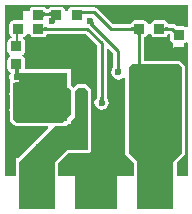
<source format=gtl>
G04*
G04 #@! TF.GenerationSoftware,Altium Limited,Altium Designer,20.0.7 (75)*
G04*
G04 Layer_Physical_Order=1*
G04 Layer_Color=255*
%FSLAX44Y44*%
%MOMM*%
G71*
G01*
G75*
%ADD10C,0.1500*%
G04:AMPARAMS|DCode=12|XSize=0.8mm|YSize=0.9mm|CornerRadius=0.06mm|HoleSize=0mm|Usage=FLASHONLY|Rotation=270.000|XOffset=0mm|YOffset=0mm|HoleType=Round|Shape=RoundedRectangle|*
%AMROUNDEDRECTD12*
21,1,0.8000,0.7800,0,0,270.0*
21,1,0.6800,0.9000,0,0,270.0*
1,1,0.1200,-0.3900,-0.3400*
1,1,0.1200,-0.3900,0.3400*
1,1,0.1200,0.3900,0.3400*
1,1,0.1200,0.3900,-0.3400*
%
%ADD12ROUNDEDRECTD12*%
%ADD13R,4.1000X4.1000*%
G04:AMPARAMS|DCode=14|XSize=0.9mm|YSize=0.8mm|CornerRadius=0.06mm|HoleSize=0mm|Usage=FLASHONLY|Rotation=0.000|XOffset=0mm|YOffset=0mm|HoleType=Round|Shape=RoundedRectangle|*
%AMROUNDEDRECTD14*
21,1,0.9000,0.6800,0,0,0.0*
21,1,0.7800,0.8000,0,0,0.0*
1,1,0.1200,0.3900,-0.3400*
1,1,0.1200,-0.3900,-0.3400*
1,1,0.1200,-0.3900,0.3400*
1,1,0.1200,0.3900,0.3400*
%
%ADD14ROUNDEDRECTD14*%
%ADD19C,0.2540*%
%ADD20C,0.2500*%
%ADD21R,3.0000X4.0000*%
%ADD22C,0.6000*%
G36*
X70516Y164859D02*
X70027Y164847D01*
X69589Y164809D01*
X69205Y164747D01*
X68873Y164659D01*
X68593Y164547D01*
X68367Y164409D01*
X68193Y164247D01*
X68071Y164059D01*
X68002Y163847D01*
X67986Y163609D01*
X67836Y167336D01*
X67859Y167340D01*
X67930Y167344D01*
X70279Y167359D01*
X70516Y164859D01*
D02*
G37*
G36*
X42014Y162069D02*
X41993Y162311D01*
X41919Y162526D01*
X41793Y162717D01*
X41615Y162882D01*
X41384Y163022D01*
X41101Y163136D01*
X40765Y163225D01*
X40377Y163288D01*
X39936Y163327D01*
X39444Y163339D01*
Y165879D01*
X39947Y165892D01*
X40397Y165930D01*
X40795Y165993D01*
X41141Y166081D01*
X41435Y166194D01*
X41676Y166332D01*
X41864Y166496D01*
X42000Y166685D01*
X42084Y166898D01*
X42115Y167138D01*
X42014Y162069D01*
D02*
G37*
G36*
X35416Y166898D02*
X35500Y166685D01*
X35636Y166496D01*
X35824Y166332D01*
X36065Y166194D01*
X36359Y166081D01*
X36704Y165993D01*
X37103Y165930D01*
X37553Y165892D01*
X38056Y165879D01*
Y163339D01*
X37564Y163327D01*
X37123Y163288D01*
X36735Y163225D01*
X36399Y163136D01*
X36116Y163022D01*
X35885Y162882D01*
X35707Y162717D01*
X35581Y162526D01*
X35507Y162311D01*
X35486Y162069D01*
X35385Y167138D01*
X35416Y166898D01*
D02*
G37*
G36*
X46037Y161741D02*
X45825Y161515D01*
X45644Y161291D01*
X45493Y161070D01*
X45373Y160851D01*
X45283Y160634D01*
X45224Y160420D01*
X45196Y160209D01*
X45199Y160000D01*
X45232Y159793D01*
X45296Y159589D01*
X41467Y161317D01*
X41651Y161395D01*
X41853Y161503D01*
X42072Y161639D01*
X42309Y161805D01*
X42838Y162222D01*
X43438Y162756D01*
X44109Y163405D01*
X46037Y161741D01*
D02*
G37*
G36*
X77915Y157234D02*
X77891Y157020D01*
X77896Y156804D01*
X77932Y156587D01*
X77996Y156369D01*
X78090Y156149D01*
X78213Y155928D01*
X78366Y155705D01*
X78548Y155481D01*
X78759Y155256D01*
X76336Y154087D01*
X76116Y154300D01*
X75472Y154842D01*
X75262Y154990D01*
X74851Y155236D01*
X74650Y155335D01*
X74451Y155418D01*
X74254Y155484D01*
X77968Y157447D01*
X77915Y157234D01*
D02*
G37*
G36*
X157610Y153845D02*
X157279Y153601D01*
X156340Y153282D01*
X155414Y153900D01*
X154010Y154180D01*
X148755D01*
X148305Y154571D01*
X147688Y155188D01*
X146276Y156131D01*
X144610Y156463D01*
X140990D01*
X140901Y156914D01*
X140105Y158105D01*
X138914Y158900D01*
X137510Y159180D01*
X129710D01*
X128305Y158900D01*
X127114Y158105D01*
X126319Y156914D01*
X126158Y156109D01*
X124061D01*
X123901Y156914D01*
X123105Y158105D01*
X121914Y158900D01*
X120510Y159180D01*
X112710D01*
X111305Y158900D01*
X110114Y158105D01*
X109319Y156914D01*
X109225Y156442D01*
X94405D01*
X81674Y169173D01*
X80268Y170113D01*
X78610Y170443D01*
X68043D01*
X67400Y170571D01*
X59600D01*
X58195Y170291D01*
X57005Y169495D01*
X56209Y168305D01*
X56049Y167500D01*
X53951D01*
X53791Y168305D01*
X52995Y169495D01*
X51805Y170291D01*
X50400Y170571D01*
X42600D01*
X41195Y170291D01*
X40005Y169495D01*
X39649Y168963D01*
X37851D01*
X37496Y169495D01*
X36305Y170291D01*
X34900Y170571D01*
X27100D01*
X25695Y170291D01*
X24505Y169495D01*
X23709Y168305D01*
X23549Y167500D01*
X18500D01*
Y160377D01*
X18094Y159386D01*
X17363Y159180D01*
X10210D01*
X8805Y158900D01*
X7614Y158105D01*
X6819Y156914D01*
X6539Y155509D01*
Y148709D01*
X6819Y147305D01*
X7614Y146114D01*
X8647Y145424D01*
X8675Y144861D01*
X8675Y144861D01*
X8468Y144132D01*
X7305Y143900D01*
X6114Y143105D01*
X5318Y141914D01*
X5039Y140509D01*
Y133709D01*
X5318Y132305D01*
X6114Y131114D01*
X7305Y130318D01*
X7614Y130257D01*
Y128962D01*
X7305Y128900D01*
X6114Y128105D01*
X5318Y126914D01*
X5039Y125509D01*
Y118709D01*
X5318Y117305D01*
X6114Y116114D01*
X7045Y115492D01*
X7681Y114158D01*
X7208Y113450D01*
X6742Y111109D01*
X7208Y108768D01*
X7601Y108179D01*
X7533Y108052D01*
X7284Y107678D01*
X7254Y107529D01*
X7182Y107395D01*
X7139Y106948D01*
X7051Y106508D01*
Y98662D01*
X6742Y97109D01*
X7051Y95557D01*
Y84662D01*
X6742Y83109D01*
X7051Y81557D01*
Y75609D01*
X7051Y75609D01*
X7284Y74439D01*
X7947Y73446D01*
X7947Y73446D01*
X10947Y70446D01*
X11939Y69783D01*
X13110Y69550D01*
X13110Y69550D01*
X39066D01*
X39552Y68377D01*
X13784Y42609D01*
X12110D01*
Y39905D01*
X12051Y39609D01*
X12051Y39609D01*
Y27109D01*
X2610D01*
Y172109D01*
X157610D01*
Y153845D01*
D02*
G37*
G36*
X112124Y149609D02*
X112098Y149847D01*
X112022Y150059D01*
X111896Y150247D01*
X111719Y150409D01*
X111491Y150547D01*
X111213Y150659D01*
X110884Y150747D01*
X110504Y150809D01*
X110074Y150847D01*
X109593Y150859D01*
Y153359D01*
X110074Y153372D01*
X110504Y153409D01*
X110884Y153472D01*
X111213Y153559D01*
X111491Y153672D01*
X111719Y153809D01*
X111896Y153972D01*
X112022Y154159D01*
X112098Y154372D01*
X112124Y154609D01*
Y149609D01*
D02*
G37*
G36*
X138121Y154408D02*
X138198Y154192D01*
X138327Y154002D01*
X138507Y153836D01*
X138738Y153697D01*
X139021Y153582D01*
X139355Y153494D01*
X139741Y153430D01*
X140178Y153392D01*
X140666Y153379D01*
Y150839D01*
X140178Y150827D01*
X139741Y150788D01*
X139355Y150725D01*
X139021Y150636D01*
X138738Y150522D01*
X138507Y150382D01*
X138327Y150217D01*
X138198Y150027D01*
X138121Y149811D01*
X138096Y149569D01*
Y154649D01*
X138121Y154408D01*
D02*
G37*
G36*
X35621D02*
X35698Y154192D01*
X35827Y154002D01*
X36007Y153836D01*
X36238Y153697D01*
X36521Y153582D01*
X36855Y153494D01*
X37241Y153430D01*
X37678Y153392D01*
X38166Y153379D01*
Y150839D01*
X37678Y150827D01*
X37241Y150788D01*
X36855Y150725D01*
X36521Y150636D01*
X36238Y150522D01*
X36007Y150382D01*
X35827Y150217D01*
X35698Y150027D01*
X35621Y149811D01*
X35596Y149569D01*
Y154649D01*
X35621Y154408D01*
D02*
G37*
G36*
X145988Y152533D02*
X147421Y151285D01*
X147600Y151176D01*
X147743Y151112D01*
X147850Y151096D01*
X147921Y151126D01*
X145593Y148798D01*
X145623Y148869D01*
X145606Y148976D01*
X145543Y149119D01*
X145434Y149298D01*
X145277Y149513D01*
X144825Y150050D01*
X144186Y150731D01*
X143797Y151126D01*
X145593Y152922D01*
X145988Y152533D01*
D02*
G37*
G36*
X14717Y148108D02*
X14590Y148062D01*
X14477Y147986D01*
X14380Y147878D01*
X14297Y147741D01*
X14230Y147572D01*
X14177Y147373D01*
X14140Y147144D01*
X14117Y146884D01*
X14110Y146593D01*
X12610D01*
X12602Y146884D01*
X12580Y147144D01*
X12542Y147373D01*
X12490Y147572D01*
X12422Y147741D01*
X12340Y147878D01*
X12242Y147986D01*
X12130Y148062D01*
X12002Y148108D01*
X11860Y148123D01*
X14860D01*
X14717Y148108D01*
D02*
G37*
G36*
X118872Y148098D02*
X118660Y148022D01*
X118472Y147896D01*
X118310Y147718D01*
X118172Y147491D01*
X118060Y147212D01*
X117972Y146883D01*
X117910Y146504D01*
X117872Y146074D01*
X117860Y145593D01*
X115360D01*
X115347Y146074D01*
X115310Y146504D01*
X115247Y146883D01*
X115160Y147212D01*
X115047Y147491D01*
X114910Y147718D01*
X114747Y147896D01*
X114560Y148022D01*
X114347Y148098D01*
X114110Y148123D01*
X119110D01*
X118872Y148098D01*
D02*
G37*
G36*
X14117Y142335D02*
X14140Y142075D01*
X14177Y141845D01*
X14230Y141646D01*
X14297Y141478D01*
X14380Y141340D01*
X14477Y141233D01*
X14590Y141157D01*
X14717Y141111D01*
X14860Y141095D01*
X11860D01*
X12002Y141111D01*
X12130Y141157D01*
X12242Y141233D01*
X12340Y141340D01*
X12422Y141478D01*
X12490Y141646D01*
X12542Y141845D01*
X12580Y142075D01*
X12602Y142335D01*
X12610Y142626D01*
X14110D01*
X14117Y142335D01*
D02*
G37*
G36*
X100283Y119469D02*
X100308Y119179D01*
X100349Y118904D01*
X100407Y118644D01*
X100482Y118399D01*
X100574Y118169D01*
X100681Y117954D01*
X100806Y117753D01*
X100947Y117568D01*
X101105Y117398D01*
X96905D01*
X97062Y117568D01*
X97204Y117753D01*
X97328Y117954D01*
X97436Y118169D01*
X97527Y118399D01*
X97602Y118644D01*
X97660Y118904D01*
X97702Y119179D01*
X97726Y119469D01*
X97735Y119774D01*
X100275D01*
X100283Y119469D01*
D02*
G37*
G36*
X15158Y118098D02*
X14942Y118020D01*
X14752Y117892D01*
X14587Y117712D01*
X14447Y117481D01*
X14333Y117198D01*
X14244Y116864D01*
X14180Y116478D01*
X14142Y116041D01*
X14131Y115591D01*
X14138Y115322D01*
X14163Y115032D01*
X14204Y114757D01*
X14262Y114497D01*
X14337Y114252D01*
X14428Y114022D01*
X14536Y113807D01*
X14661Y113607D01*
X14802Y113422D01*
X14960Y113252D01*
X10760D01*
X10917Y113422D01*
X11058Y113607D01*
X11183Y113807D01*
X11291Y114022D01*
X11382Y114252D01*
X11457Y114497D01*
X11515Y114757D01*
X11556Y115032D01*
X11581Y115322D01*
X11589Y115591D01*
X11577Y116041D01*
X11539Y116478D01*
X11475Y116864D01*
X11386Y117198D01*
X11272Y117481D01*
X11132Y117712D01*
X10967Y117892D01*
X10777Y118020D01*
X10561Y118098D01*
X10320Y118123D01*
X15400D01*
X15158Y118098D01*
D02*
G37*
G36*
X32110Y110324D02*
X32110Y89609D01*
X39110Y82609D01*
X48110D01*
X50110Y84609D01*
X50110Y99609D01*
X52110Y101609D01*
X57110Y101609D01*
X59110Y99609D01*
X59110Y79609D01*
X52168Y72668D01*
X45110D01*
X45110Y72668D01*
X44814Y72609D01*
X13110D01*
X10110Y75609D01*
Y106508D01*
X10231Y106573D01*
X11380Y107050D01*
X12860Y106756D01*
X14526Y107087D01*
X15938Y108031D01*
X16882Y109443D01*
X17213Y111109D01*
Y111225D01*
X17423Y111538D01*
X17739Y111974D01*
X17753Y112032D01*
X17786Y112081D01*
X17891Y112609D01*
X30110D01*
X32110Y110324D01*
D02*
G37*
G36*
X86111Y93822D02*
X86136Y93532D01*
X86178Y93257D01*
X86236Y92997D01*
X86310Y92752D01*
X86402Y92522D01*
X86510Y92307D01*
X86634Y92107D01*
X86775Y91922D01*
X86933Y91752D01*
X82733D01*
X82891Y91922D01*
X83032Y92107D01*
X83156Y92307D01*
X83264Y92522D01*
X83355Y92752D01*
X83430Y92997D01*
X83488Y93257D01*
X83530Y93532D01*
X83554Y93822D01*
X83563Y94127D01*
X86103D01*
X86111Y93822D01*
D02*
G37*
G36*
X126319Y147305D02*
X127114Y146114D01*
X128305Y145318D01*
X129710Y145039D01*
X137510D01*
X138914Y145318D01*
X140105Y146114D01*
X140901Y147305D01*
X140990Y147756D01*
X142539D01*
Y143709D01*
X142818Y142305D01*
X143614Y141114D01*
X144805Y140318D01*
X145610Y140158D01*
Y136109D01*
X154610D01*
Y140158D01*
X155414Y140318D01*
X156340Y140936D01*
X157279Y140618D01*
X157610Y140374D01*
Y27109D01*
X148168D01*
Y38342D01*
X154773Y44946D01*
X155436Y45939D01*
X155668Y47109D01*
X155668Y47109D01*
X155668Y119609D01*
X155435Y120780D01*
X154773Y121772D01*
X154772Y121772D01*
X152273Y124272D01*
X151280Y124935D01*
X150110Y125168D01*
X150110Y125168D01*
X120943D01*
Y145125D01*
X121914Y145318D01*
X123105Y146114D01*
X123901Y147305D01*
X124061Y148109D01*
X126158D01*
X126319Y147305D01*
D02*
G37*
G36*
X152610Y119609D02*
X152610Y47109D01*
X145110Y39609D01*
Y-391D01*
X115110D01*
Y39609D01*
X107610Y47109D01*
X107610Y119609D01*
X110110Y122109D01*
X150110D01*
X152610Y119609D01*
D02*
G37*
G36*
X23819Y147305D02*
X24614Y146114D01*
X25805Y145318D01*
X27210Y145039D01*
X35010D01*
X36414Y145318D01*
X37605Y146114D01*
X38401Y147305D01*
X38490Y147756D01*
X70689D01*
X80479Y137966D01*
Y93893D01*
X79181Y91950D01*
X78715Y89609D01*
X79181Y87268D01*
X80507Y85283D01*
X82492Y83957D01*
X84833Y83492D01*
X87174Y83957D01*
X89158Y85283D01*
X90485Y87268D01*
X90950Y89609D01*
X90485Y91950D01*
X89186Y93893D01*
Y135216D01*
X90360Y135702D01*
X94646Y131416D01*
Y131000D01*
X94651Y130976D01*
Y119540D01*
X93353Y117597D01*
X92887Y115256D01*
X93353Y112914D01*
X94679Y110930D01*
X96664Y109604D01*
X99005Y109138D01*
X101346Y109604D01*
X103281Y110897D01*
X103829Y110788D01*
X104551Y110569D01*
X104551Y47109D01*
X104551Y47109D01*
X104784Y45939D01*
X105447Y44946D01*
X112051Y38342D01*
Y27109D01*
X97610D01*
Y-391D01*
X62610D01*
Y27109D01*
X48168D01*
Y38342D01*
X56377Y46550D01*
X73110D01*
X74280Y46783D01*
X75272Y47446D01*
X75936Y48439D01*
X76168Y49609D01*
X76168Y99609D01*
X75936Y100780D01*
X75272Y101772D01*
X72773Y104272D01*
X72772Y104272D01*
X71780Y104935D01*
X70610Y105168D01*
X70610Y105168D01*
X65110D01*
X65110Y105168D01*
X63939Y104935D01*
X62947Y104272D01*
X60860Y102185D01*
X59273Y103772D01*
X59272Y103772D01*
X58610Y104215D01*
Y118109D01*
X20673D01*
X20180Y118709D01*
Y125509D01*
X19901Y126914D01*
X19105Y128105D01*
X17914Y128900D01*
X17605Y128962D01*
Y130257D01*
X17914Y130318D01*
X19105Y131114D01*
X19901Y132305D01*
X20180Y133709D01*
Y140509D01*
X19901Y141914D01*
X19105Y143105D01*
X18072Y143795D01*
X18044Y144357D01*
X18044Y144358D01*
X18251Y145087D01*
X19414Y145318D01*
X20605Y146114D01*
X21401Y147305D01*
X21561Y148109D01*
X23658D01*
X23819Y147305D01*
D02*
G37*
G36*
X73110Y99609D02*
X73110Y49609D01*
X55110D01*
X45110Y39609D01*
Y-391D01*
X15110D01*
Y39609D01*
X45110Y69609D01*
X55110D01*
X56610Y71109D01*
X58610D01*
Y73109D01*
X62610Y77109D01*
Y99609D01*
X65110Y102109D01*
X70610D01*
X73110Y99609D01*
D02*
G37*
D10*
X12610Y137109D02*
X13360Y137859D01*
Y151359D01*
X14110Y152109D01*
D12*
X12610Y137109D02*
D03*
Y122109D02*
D03*
X150110Y132109D02*
D03*
Y147109D02*
D03*
D13*
X130110Y94609D02*
D03*
X35110D02*
D03*
D14*
X31000Y163500D02*
D03*
X14000D02*
D03*
X14110Y152109D02*
D03*
X31110D02*
D03*
X63500Y163500D02*
D03*
X46500D02*
D03*
X116610Y152109D02*
D03*
X133610D02*
D03*
D19*
X75110Y157109D02*
X99000Y133219D01*
Y131000D02*
Y133219D01*
X99005Y115256D02*
Y130995D01*
X99000Y131000D02*
X99005Y130995D01*
X72492Y152109D02*
X84833Y139769D01*
X31110Y152109D02*
X72492D01*
X84833Y89609D02*
Y139769D01*
X75110Y157109D02*
Y158359D01*
X31110Y164609D02*
X46110D01*
X46610D01*
X43270Y160770D02*
X46000Y163500D01*
X43270Y159270D02*
Y160770D01*
X42500Y158500D02*
X43270Y159270D01*
X133610Y152109D02*
X144610D01*
X149610Y147109D01*
X150110D01*
X12610Y122109D02*
X12860Y121859D01*
Y111109D02*
Y121859D01*
D20*
X78610Y166109D02*
X92610Y152109D01*
X65110Y166109D02*
X78610D01*
X63610Y164609D02*
X65110Y166109D01*
X116610Y108109D02*
Y152109D01*
X92610D02*
X116610D01*
Y108109D02*
X130110Y94609D01*
D21*
X30110Y19609D02*
D03*
X80110D02*
D03*
X130110D02*
D03*
D22*
X154000Y164500D02*
D03*
X150500Y157500D02*
D03*
X154000Y38500D02*
D03*
X147000Y164500D02*
D03*
X140000D02*
D03*
X133000D02*
D03*
X126000D02*
D03*
X119000D02*
D03*
X112000D02*
D03*
X108500Y31500D02*
D03*
X105000Y164500D02*
D03*
X101500Y45500D02*
D03*
X105000Y38500D02*
D03*
X101500Y31500D02*
D03*
X98000Y164500D02*
D03*
Y66500D02*
D03*
Y52500D02*
D03*
X91000Y164500D02*
D03*
X59500Y31500D02*
D03*
X56000Y38500D02*
D03*
X52500Y31500D02*
D03*
X38500Y129500D02*
D03*
X35000Y122500D02*
D03*
X66500Y108500D02*
D03*
X73500D02*
D03*
X63000Y115500D02*
D03*
X70000D02*
D03*
X77000D02*
D03*
X73500Y122500D02*
D03*
X66500D02*
D03*
X59500D02*
D03*
X52500D02*
D03*
X45500D02*
D03*
X49000Y129500D02*
D03*
X56000D02*
D03*
X63000D02*
D03*
X70000D02*
D03*
X77000D02*
D03*
X99005Y115256D02*
D03*
X84833Y89609D02*
D03*
X116000Y107750D02*
D03*
X75110Y158359D02*
D03*
X42500Y158500D02*
D03*
X33860Y83109D02*
D03*
X26860D02*
D03*
X30360Y90109D02*
D03*
X26860Y97109D02*
D03*
X30360Y104109D02*
D03*
X26860Y111109D02*
D03*
X19860D02*
D03*
X12860D02*
D03*
X16360Y104109D02*
D03*
X12860Y97109D02*
D03*
X16360Y90109D02*
D03*
X12860Y83109D02*
D03*
X16360Y76109D02*
D03*
X23360D02*
D03*
X30360D02*
D03*
X37360D02*
D03*
X44360D02*
D03*
X51360D02*
D03*
X54860Y83109D02*
D03*
X67000Y65750D02*
D03*
Y86750D02*
D03*
Y79750D02*
D03*
X63500Y72750D02*
D03*
X60000Y65750D02*
D03*
X63500Y58750D02*
D03*
X32000Y51750D02*
D03*
X28500Y44750D02*
D03*
X56500Y58750D02*
D03*
X53000Y65750D02*
D03*
X49500Y58750D02*
D03*
X46000Y65750D02*
D03*
X42500Y58750D02*
D03*
X46000Y51750D02*
D03*
X42500Y44750D02*
D03*
X39000Y51750D02*
D03*
X35500Y44750D02*
D03*
X140500Y114750D02*
D03*
X133500D02*
D03*
X126500D02*
D03*
X119500D02*
D03*
X112500D02*
D03*
Y100750D02*
D03*
X116000Y93750D02*
D03*
X112500Y86750D02*
D03*
X116000Y79750D02*
D03*
X112500Y72750D02*
D03*
X147500Y114750D02*
D03*
X144000Y107750D02*
D03*
X147500Y100750D02*
D03*
X144000Y93750D02*
D03*
X147500Y86750D02*
D03*
X144000Y79750D02*
D03*
X147500Y72750D02*
D03*
X147500Y58750D02*
D03*
X144000Y65750D02*
D03*
X140500Y58750D02*
D03*
X144000Y51750D02*
D03*
X140500Y44750D02*
D03*
X137000Y65750D02*
D03*
X133500Y58750D02*
D03*
X137000Y51750D02*
D03*
X133500Y44750D02*
D03*
X130000Y65750D02*
D03*
X126500Y58750D02*
D03*
X130000Y51750D02*
D03*
X126500Y44750D02*
D03*
X123000Y65750D02*
D03*
X119500Y58750D02*
D03*
X123000Y51750D02*
D03*
X119500Y44750D02*
D03*
X116000Y65750D02*
D03*
X112500Y58750D02*
D03*
X116000Y51750D02*
D03*
M02*

</source>
